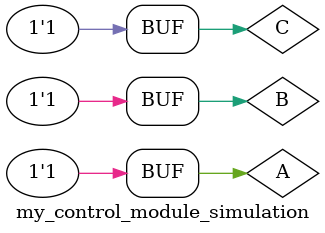
<source format=v>
`timescale 1ns / 1ps


module my_control_module_simulation(

    );
    
    reg A, B, C;
    wire LED1, LED2, LED3;
    
    my_control_module dut(A, B, C, LED1, LED2, LED3);
    
    initial
    begin
        A = 0; B = 0; C = 0;
        #30 A = 0; B = 1; C = 0;
        #30 A = 1; B = 0; C = 0;
        #30 A = 1; B = 1; C = 0;
        #30 A = 0; B = 0; C = 1;
        #30 A = 0; B = 1; C = 1;
        #30 A = 1; B = 0; C = 1;
        #30 A = 1; B = 1; C = 1;
    end
        
endmodule

</source>
